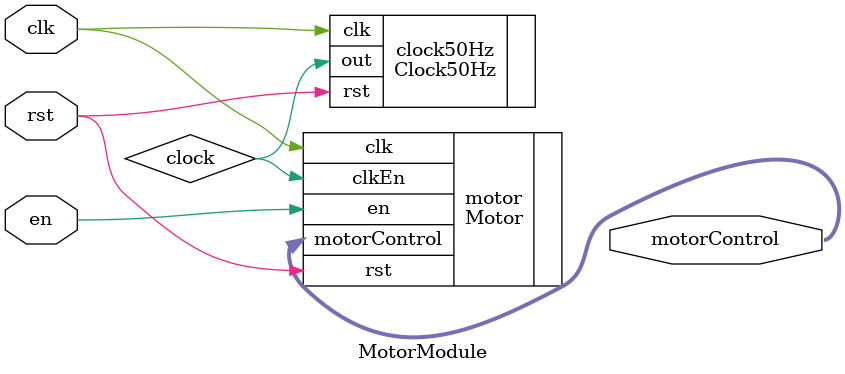
<source format=v>
module MotorModule(motorControl, en, clk, rst);
output [3:0] motorControl;
input en, clk, rst;

wire clock;

Clock50Hz clock50Hz(
	.out(clock),
	.clk(clk),
	.rst(rst)
	);
	
Motor motor(
	.motorControl(motorControl),
	.clkEn(clock),
	.en(en),
	.clk(clk),
	.rst(rst)
	);	

endmodule
</source>
